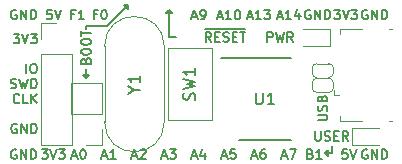
<source format=gto>
G04 #@! TF.GenerationSoftware,KiCad,Pcbnew,(5.0.0)*
G04 #@! TF.CreationDate,2018-10-21T19:05:11+02:00*
G04 #@! TF.ProjectId,mibo20_stm32,6D69626F32305F73746D33322E6B6963,V1.0*
G04 #@! TF.SameCoordinates,PX8198450PY53920b0*
G04 #@! TF.FileFunction,Legend,Top*
G04 #@! TF.FilePolarity,Positive*
%FSLAX46Y46*%
G04 Gerber Fmt 4.6, Leading zero omitted, Abs format (unit mm)*
G04 Created by KiCad (PCBNEW (5.0.0)) date 10/21/18 19:05:11*
%MOMM*%
%LPD*%
G01*
G04 APERTURE LIST*
%ADD10C,0.200000*%
%ADD11C,0.120000*%
%ADD12C,0.150000*%
G04 APERTURE END LIST*
D10*
X26562105Y-11959523D02*
X27209724Y-11959523D01*
X27285915Y-11921428D01*
X27324010Y-11883333D01*
X27362105Y-11807142D01*
X27362105Y-11654761D01*
X27324010Y-11578571D01*
X27285915Y-11540476D01*
X27209724Y-11502380D01*
X26562105Y-11502380D01*
X27324010Y-11159523D02*
X27362105Y-11045238D01*
X27362105Y-10854761D01*
X27324010Y-10778571D01*
X27285915Y-10740476D01*
X27209724Y-10702380D01*
X27133534Y-10702380D01*
X27057343Y-10740476D01*
X27019248Y-10778571D01*
X26981153Y-10854761D01*
X26943058Y-11007142D01*
X26904962Y-11083333D01*
X26866867Y-11121428D01*
X26790677Y-11159523D01*
X26714486Y-11159523D01*
X26638296Y-11121428D01*
X26600201Y-11083333D01*
X26562105Y-11007142D01*
X26562105Y-10816666D01*
X26600201Y-10702380D01*
X26943058Y-10092857D02*
X26981153Y-9978571D01*
X27019248Y-9940476D01*
X27095439Y-9902380D01*
X27209724Y-9902380D01*
X27285915Y-9940476D01*
X27324010Y-9978571D01*
X27362105Y-10054761D01*
X27362105Y-10359523D01*
X26562105Y-10359523D01*
X26562105Y-10092857D01*
X26600201Y-10016666D01*
X26638296Y-9978571D01*
X26714486Y-9940476D01*
X26790677Y-9940476D01*
X26866867Y-9978571D01*
X26904962Y-10016666D01*
X26943058Y-10092857D01*
X26943058Y-10359523D01*
X6985000Y-4191000D02*
X6985000Y-3937000D01*
X8763000Y-3937000D02*
X6985000Y-3937000D01*
X13970000Y-4889500D02*
X13970000Y-2603500D01*
X14224000Y-2857500D02*
X13970000Y-2603500D01*
X13716000Y-2857500D02*
X14224000Y-2857500D01*
X13970000Y-4889500D02*
X14541500Y-4889500D01*
X13970000Y-2603500D02*
X13716000Y-2857500D01*
X23558571Y-14992333D02*
X23939523Y-14992333D01*
X23482380Y-15220904D02*
X23749047Y-14420904D01*
X24015714Y-15220904D01*
X24206190Y-14420904D02*
X24739523Y-14420904D01*
X24396666Y-15220904D01*
X21018571Y-14992333D02*
X21399523Y-14992333D01*
X20942380Y-15220904D02*
X21209047Y-14420904D01*
X21475714Y-15220904D01*
X22085238Y-14420904D02*
X21932857Y-14420904D01*
X21856666Y-14459000D01*
X21818571Y-14497095D01*
X21742380Y-14611380D01*
X21704285Y-14763761D01*
X21704285Y-15068523D01*
X21742380Y-15144714D01*
X21780476Y-15182809D01*
X21856666Y-15220904D01*
X22009047Y-15220904D01*
X22085238Y-15182809D01*
X22123333Y-15144714D01*
X22161428Y-15068523D01*
X22161428Y-14878047D01*
X22123333Y-14801857D01*
X22085238Y-14763761D01*
X22009047Y-14725666D01*
X21856666Y-14725666D01*
X21780476Y-14763761D01*
X21742380Y-14801857D01*
X21704285Y-14878047D01*
X15938571Y-14992333D02*
X16319523Y-14992333D01*
X15862380Y-15220904D02*
X16129047Y-14420904D01*
X16395714Y-15220904D01*
X17005238Y-14687571D02*
X17005238Y-15220904D01*
X16814761Y-14382809D02*
X16624285Y-14954238D01*
X17119523Y-14954238D01*
X13398571Y-14992333D02*
X13779523Y-14992333D01*
X13322380Y-15220904D02*
X13589047Y-14420904D01*
X13855714Y-15220904D01*
X14046190Y-14420904D02*
X14541428Y-14420904D01*
X14274761Y-14725666D01*
X14389047Y-14725666D01*
X14465238Y-14763761D01*
X14503333Y-14801857D01*
X14541428Y-14878047D01*
X14541428Y-15068523D01*
X14503333Y-15144714D01*
X14465238Y-15182809D01*
X14389047Y-15220904D01*
X14160476Y-15220904D01*
X14084285Y-15182809D01*
X14046190Y-15144714D01*
X5778571Y-14992333D02*
X6159523Y-14992333D01*
X5702380Y-15220904D02*
X5969047Y-14420904D01*
X6235714Y-15220904D01*
X6654761Y-14420904D02*
X6730952Y-14420904D01*
X6807142Y-14459000D01*
X6845238Y-14497095D01*
X6883333Y-14573285D01*
X6921428Y-14725666D01*
X6921428Y-14916142D01*
X6883333Y-15068523D01*
X6845238Y-15144714D01*
X6807142Y-15182809D01*
X6730952Y-15220904D01*
X6654761Y-15220904D01*
X6578571Y-15182809D01*
X6540476Y-15144714D01*
X6502380Y-15068523D01*
X6464285Y-14916142D01*
X6464285Y-14725666D01*
X6502380Y-14573285D01*
X6540476Y-14497095D01*
X6578571Y-14459000D01*
X6654761Y-14420904D01*
X10858571Y-14992333D02*
X11239523Y-14992333D01*
X10782380Y-15220904D02*
X11049047Y-14420904D01*
X11315714Y-15220904D01*
X11544285Y-14497095D02*
X11582380Y-14459000D01*
X11658571Y-14420904D01*
X11849047Y-14420904D01*
X11925238Y-14459000D01*
X11963333Y-14497095D01*
X12001428Y-14573285D01*
X12001428Y-14649476D01*
X11963333Y-14763761D01*
X11506190Y-15220904D01*
X12001428Y-15220904D01*
X8318571Y-14992333D02*
X8699523Y-14992333D01*
X8242380Y-15220904D02*
X8509047Y-14420904D01*
X8775714Y-15220904D01*
X9461428Y-15220904D02*
X9004285Y-15220904D01*
X9232857Y-15220904D02*
X9232857Y-14420904D01*
X9156666Y-14535190D01*
X9080476Y-14611380D01*
X9004285Y-14649476D01*
X18478571Y-14992333D02*
X18859523Y-14992333D01*
X18402380Y-15220904D02*
X18669047Y-14420904D01*
X18935714Y-15220904D01*
X19583333Y-14420904D02*
X19202380Y-14420904D01*
X19164285Y-14801857D01*
X19202380Y-14763761D01*
X19278571Y-14725666D01*
X19469047Y-14725666D01*
X19545238Y-14763761D01*
X19583333Y-14801857D01*
X19621428Y-14878047D01*
X19621428Y-15068523D01*
X19583333Y-15144714D01*
X19545238Y-15182809D01*
X19469047Y-15220904D01*
X19278571Y-15220904D01*
X19202380Y-15182809D01*
X19164285Y-15144714D01*
X15938571Y-3181333D02*
X16319523Y-3181333D01*
X15862380Y-3409904D02*
X16129047Y-2609904D01*
X16395714Y-3409904D01*
X16700476Y-3409904D02*
X16852857Y-3409904D01*
X16929047Y-3371809D01*
X16967142Y-3333714D01*
X17043333Y-3219428D01*
X17081428Y-3067047D01*
X17081428Y-2762285D01*
X17043333Y-2686095D01*
X17005238Y-2648000D01*
X16929047Y-2609904D01*
X16776666Y-2609904D01*
X16700476Y-2648000D01*
X16662380Y-2686095D01*
X16624285Y-2762285D01*
X16624285Y-2952761D01*
X16662380Y-3028952D01*
X16700476Y-3067047D01*
X16776666Y-3105142D01*
X16929047Y-3105142D01*
X17005238Y-3067047D01*
X17043333Y-3028952D01*
X17081428Y-2952761D01*
X17018000Y-4191000D02*
X20447000Y-4191000D01*
X6731000Y-8128000D02*
X6985000Y-8382000D01*
X6985000Y-7620000D02*
X6985000Y-8382000D01*
X7239000Y-8128000D02*
X6731000Y-8128000D01*
X6985000Y-8382000D02*
X7239000Y-8128000D01*
X10160000Y-2159000D02*
X10541000Y-2159000D01*
X10541000Y-2540000D02*
X10160000Y-2159000D01*
X10541000Y-2159000D02*
X10541000Y-2540000D01*
X10541000Y-2159000D02*
X8763000Y-3937000D01*
X27432000Y-14478000D02*
X27178000Y-14732000D01*
X27432000Y-14986000D02*
X27432000Y-14478000D01*
X27178000Y-14732000D02*
X27432000Y-14986000D01*
X27813000Y-14732000D02*
X27178000Y-14732000D01*
X27813000Y-14732000D02*
X27813000Y-14097000D01*
X22291476Y-5314904D02*
X22291476Y-4514904D01*
X22596238Y-4514904D01*
X22672428Y-4553000D01*
X22710523Y-4591095D01*
X22748619Y-4667285D01*
X22748619Y-4781571D01*
X22710523Y-4857761D01*
X22672428Y-4895857D01*
X22596238Y-4933952D01*
X22291476Y-4933952D01*
X23015285Y-4514904D02*
X23205761Y-5314904D01*
X23358142Y-4743476D01*
X23510523Y-5314904D01*
X23701000Y-4514904D01*
X24462904Y-5314904D02*
X24196238Y-4933952D01*
X24005761Y-5314904D02*
X24005761Y-4514904D01*
X24310523Y-4514904D01*
X24386714Y-4553000D01*
X24424809Y-4591095D01*
X24462904Y-4667285D01*
X24462904Y-4781571D01*
X24424809Y-4857761D01*
X24386714Y-4895857D01*
X24310523Y-4933952D01*
X24005761Y-4933952D01*
X30759476Y-14459000D02*
X30683285Y-14420904D01*
X30569000Y-14420904D01*
X30454714Y-14459000D01*
X30378523Y-14535190D01*
X30340428Y-14611380D01*
X30302333Y-14763761D01*
X30302333Y-14878047D01*
X30340428Y-15030428D01*
X30378523Y-15106619D01*
X30454714Y-15182809D01*
X30569000Y-15220904D01*
X30645190Y-15220904D01*
X30759476Y-15182809D01*
X30797571Y-15144714D01*
X30797571Y-14878047D01*
X30645190Y-14878047D01*
X31140428Y-15220904D02*
X31140428Y-14420904D01*
X31597571Y-15220904D01*
X31597571Y-14420904D01*
X31978523Y-15220904D02*
X31978523Y-14420904D01*
X32169000Y-14420904D01*
X32283285Y-14459000D01*
X32359476Y-14535190D01*
X32397571Y-14611380D01*
X32435666Y-14763761D01*
X32435666Y-14878047D01*
X32397571Y-15030428D01*
X32359476Y-15106619D01*
X32283285Y-15182809D01*
X32169000Y-15220904D01*
X31978523Y-15220904D01*
X29057619Y-14420904D02*
X28676666Y-14420904D01*
X28638571Y-14801857D01*
X28676666Y-14763761D01*
X28752857Y-14725666D01*
X28943333Y-14725666D01*
X29019523Y-14763761D01*
X29057619Y-14801857D01*
X29095714Y-14878047D01*
X29095714Y-15068523D01*
X29057619Y-15144714D01*
X29019523Y-15182809D01*
X28943333Y-15220904D01*
X28752857Y-15220904D01*
X28676666Y-15182809D01*
X28638571Y-15144714D01*
X29324285Y-14420904D02*
X29590952Y-15220904D01*
X29857619Y-14420904D01*
X25965190Y-14801857D02*
X26079476Y-14839952D01*
X26117571Y-14878047D01*
X26155666Y-14954238D01*
X26155666Y-15068523D01*
X26117571Y-15144714D01*
X26079476Y-15182809D01*
X26003285Y-15220904D01*
X25698523Y-15220904D01*
X25698523Y-14420904D01*
X25965190Y-14420904D01*
X26041380Y-14459000D01*
X26079476Y-14497095D01*
X26117571Y-14573285D01*
X26117571Y-14649476D01*
X26079476Y-14725666D01*
X26041380Y-14763761D01*
X25965190Y-14801857D01*
X25698523Y-14801857D01*
X26917571Y-15220904D02*
X26460428Y-15220904D01*
X26689000Y-15220904D02*
X26689000Y-14420904D01*
X26612809Y-14535190D01*
X26536619Y-14611380D01*
X26460428Y-14649476D01*
X3200523Y-14420904D02*
X3695761Y-14420904D01*
X3429095Y-14725666D01*
X3543380Y-14725666D01*
X3619571Y-14763761D01*
X3657666Y-14801857D01*
X3695761Y-14878047D01*
X3695761Y-15068523D01*
X3657666Y-15144714D01*
X3619571Y-15182809D01*
X3543380Y-15220904D01*
X3314809Y-15220904D01*
X3238619Y-15182809D01*
X3200523Y-15144714D01*
X3924333Y-14420904D02*
X4191000Y-15220904D01*
X4457666Y-14420904D01*
X4648142Y-14420904D02*
X5143380Y-14420904D01*
X4876714Y-14725666D01*
X4991000Y-14725666D01*
X5067190Y-14763761D01*
X5105285Y-14801857D01*
X5143380Y-14878047D01*
X5143380Y-15068523D01*
X5105285Y-15144714D01*
X5067190Y-15182809D01*
X4991000Y-15220904D01*
X4762428Y-15220904D01*
X4686238Y-15182809D01*
X4648142Y-15144714D01*
X1041476Y-14459000D02*
X965285Y-14420904D01*
X851000Y-14420904D01*
X736714Y-14459000D01*
X660523Y-14535190D01*
X622428Y-14611380D01*
X584333Y-14763761D01*
X584333Y-14878047D01*
X622428Y-15030428D01*
X660523Y-15106619D01*
X736714Y-15182809D01*
X851000Y-15220904D01*
X927190Y-15220904D01*
X1041476Y-15182809D01*
X1079571Y-15144714D01*
X1079571Y-14878047D01*
X927190Y-14878047D01*
X1422428Y-15220904D02*
X1422428Y-14420904D01*
X1879571Y-15220904D01*
X1879571Y-14420904D01*
X2260523Y-15220904D02*
X2260523Y-14420904D01*
X2451000Y-14420904D01*
X2565285Y-14459000D01*
X2641476Y-14535190D01*
X2679571Y-14611380D01*
X2717666Y-14763761D01*
X2717666Y-14878047D01*
X2679571Y-15030428D01*
X2641476Y-15106619D01*
X2565285Y-15182809D01*
X2451000Y-15220904D01*
X2260523Y-15220904D01*
X30759476Y-2648000D02*
X30683285Y-2609904D01*
X30569000Y-2609904D01*
X30454714Y-2648000D01*
X30378523Y-2724190D01*
X30340428Y-2800380D01*
X30302333Y-2952761D01*
X30302333Y-3067047D01*
X30340428Y-3219428D01*
X30378523Y-3295619D01*
X30454714Y-3371809D01*
X30569000Y-3409904D01*
X30645190Y-3409904D01*
X30759476Y-3371809D01*
X30797571Y-3333714D01*
X30797571Y-3067047D01*
X30645190Y-3067047D01*
X31140428Y-3409904D02*
X31140428Y-2609904D01*
X31597571Y-3409904D01*
X31597571Y-2609904D01*
X31978523Y-3409904D02*
X31978523Y-2609904D01*
X32169000Y-2609904D01*
X32283285Y-2648000D01*
X32359476Y-2724190D01*
X32397571Y-2800380D01*
X32435666Y-2952761D01*
X32435666Y-3067047D01*
X32397571Y-3219428D01*
X32359476Y-3295619D01*
X32283285Y-3371809D01*
X32169000Y-3409904D01*
X31978523Y-3409904D01*
X5956333Y-2990857D02*
X5689666Y-2990857D01*
X5689666Y-3409904D02*
X5689666Y-2609904D01*
X6070619Y-2609904D01*
X6794428Y-3409904D02*
X6337285Y-3409904D01*
X6565857Y-3409904D02*
X6565857Y-2609904D01*
X6489666Y-2724190D01*
X6413476Y-2800380D01*
X6337285Y-2838476D01*
X7861333Y-2990857D02*
X7594666Y-2990857D01*
X7594666Y-3409904D02*
X7594666Y-2609904D01*
X7975619Y-2609904D01*
X8432761Y-2609904D02*
X8508952Y-2609904D01*
X8585142Y-2648000D01*
X8623238Y-2686095D01*
X8661333Y-2762285D01*
X8699428Y-2914666D01*
X8699428Y-3105142D01*
X8661333Y-3257523D01*
X8623238Y-3333714D01*
X8585142Y-3371809D01*
X8508952Y-3409904D01*
X8432761Y-3409904D01*
X8356571Y-3371809D01*
X8318476Y-3333714D01*
X8280380Y-3257523D01*
X8242285Y-3105142D01*
X8242285Y-2914666D01*
X8280380Y-2762285D01*
X8318476Y-2686095D01*
X8356571Y-2648000D01*
X8432761Y-2609904D01*
X1041476Y-2648000D02*
X965285Y-2609904D01*
X851000Y-2609904D01*
X736714Y-2648000D01*
X660523Y-2724190D01*
X622428Y-2800380D01*
X584333Y-2952761D01*
X584333Y-3067047D01*
X622428Y-3219428D01*
X660523Y-3295619D01*
X736714Y-3371809D01*
X851000Y-3409904D01*
X927190Y-3409904D01*
X1041476Y-3371809D01*
X1079571Y-3333714D01*
X1079571Y-3067047D01*
X927190Y-3067047D01*
X1422428Y-3409904D02*
X1422428Y-2609904D01*
X1879571Y-3409904D01*
X1879571Y-2609904D01*
X2260523Y-3409904D02*
X2260523Y-2609904D01*
X2451000Y-2609904D01*
X2565285Y-2648000D01*
X2641476Y-2724190D01*
X2679571Y-2800380D01*
X2717666Y-2952761D01*
X2717666Y-3067047D01*
X2679571Y-3219428D01*
X2641476Y-3295619D01*
X2565285Y-3371809D01*
X2451000Y-3409904D01*
X2260523Y-3409904D01*
X4038619Y-2609904D02*
X3657666Y-2609904D01*
X3619571Y-2990857D01*
X3657666Y-2952761D01*
X3733857Y-2914666D01*
X3924333Y-2914666D01*
X4000523Y-2952761D01*
X4038619Y-2990857D01*
X4076714Y-3067047D01*
X4076714Y-3257523D01*
X4038619Y-3333714D01*
X4000523Y-3371809D01*
X3924333Y-3409904D01*
X3733857Y-3409904D01*
X3657666Y-3371809D01*
X3619571Y-3333714D01*
X4305285Y-2609904D02*
X4571952Y-3409904D01*
X4838619Y-2609904D01*
X27965523Y-2609904D02*
X28460761Y-2609904D01*
X28194095Y-2914666D01*
X28308380Y-2914666D01*
X28384571Y-2952761D01*
X28422666Y-2990857D01*
X28460761Y-3067047D01*
X28460761Y-3257523D01*
X28422666Y-3333714D01*
X28384571Y-3371809D01*
X28308380Y-3409904D01*
X28079809Y-3409904D01*
X28003619Y-3371809D01*
X27965523Y-3333714D01*
X28689333Y-2609904D02*
X28956000Y-3409904D01*
X29222666Y-2609904D01*
X29413142Y-2609904D02*
X29908380Y-2609904D01*
X29641714Y-2914666D01*
X29756000Y-2914666D01*
X29832190Y-2952761D01*
X29870285Y-2990857D01*
X29908380Y-3067047D01*
X29908380Y-3257523D01*
X29870285Y-3333714D01*
X29832190Y-3371809D01*
X29756000Y-3409904D01*
X29527428Y-3409904D01*
X29451238Y-3371809D01*
X29413142Y-3333714D01*
X25933476Y-2648000D02*
X25857285Y-2609904D01*
X25743000Y-2609904D01*
X25628714Y-2648000D01*
X25552523Y-2724190D01*
X25514428Y-2800380D01*
X25476333Y-2952761D01*
X25476333Y-3067047D01*
X25514428Y-3219428D01*
X25552523Y-3295619D01*
X25628714Y-3371809D01*
X25743000Y-3409904D01*
X25819190Y-3409904D01*
X25933476Y-3371809D01*
X25971571Y-3333714D01*
X25971571Y-3067047D01*
X25819190Y-3067047D01*
X26314428Y-3409904D02*
X26314428Y-2609904D01*
X26771571Y-3409904D01*
X26771571Y-2609904D01*
X27152523Y-3409904D02*
X27152523Y-2609904D01*
X27343000Y-2609904D01*
X27457285Y-2648000D01*
X27533476Y-2724190D01*
X27571571Y-2800380D01*
X27609666Y-2952761D01*
X27609666Y-3067047D01*
X27571571Y-3219428D01*
X27533476Y-3295619D01*
X27457285Y-3371809D01*
X27343000Y-3409904D01*
X27152523Y-3409904D01*
X23177619Y-3181333D02*
X23558571Y-3181333D01*
X23101428Y-3409904D02*
X23368095Y-2609904D01*
X23634761Y-3409904D01*
X24320476Y-3409904D02*
X23863333Y-3409904D01*
X24091904Y-3409904D02*
X24091904Y-2609904D01*
X24015714Y-2724190D01*
X23939523Y-2800380D01*
X23863333Y-2838476D01*
X25006190Y-2876571D02*
X25006190Y-3409904D01*
X24815714Y-2571809D02*
X24625238Y-3143238D01*
X25120476Y-3143238D01*
X20637619Y-3181333D02*
X21018571Y-3181333D01*
X20561428Y-3409904D02*
X20828095Y-2609904D01*
X21094761Y-3409904D01*
X21780476Y-3409904D02*
X21323333Y-3409904D01*
X21551904Y-3409904D02*
X21551904Y-2609904D01*
X21475714Y-2724190D01*
X21399523Y-2800380D01*
X21323333Y-2838476D01*
X22047142Y-2609904D02*
X22542380Y-2609904D01*
X22275714Y-2914666D01*
X22390000Y-2914666D01*
X22466190Y-2952761D01*
X22504285Y-2990857D01*
X22542380Y-3067047D01*
X22542380Y-3257523D01*
X22504285Y-3333714D01*
X22466190Y-3371809D01*
X22390000Y-3409904D01*
X22161428Y-3409904D01*
X22085238Y-3371809D01*
X22047142Y-3333714D01*
X17541619Y-5314904D02*
X17274952Y-4933952D01*
X17084476Y-5314904D02*
X17084476Y-4514904D01*
X17389238Y-4514904D01*
X17465428Y-4553000D01*
X17503523Y-4591095D01*
X17541619Y-4667285D01*
X17541619Y-4781571D01*
X17503523Y-4857761D01*
X17465428Y-4895857D01*
X17389238Y-4933952D01*
X17084476Y-4933952D01*
X17884476Y-4895857D02*
X18151142Y-4895857D01*
X18265428Y-5314904D02*
X17884476Y-5314904D01*
X17884476Y-4514904D01*
X18265428Y-4514904D01*
X18570190Y-5276809D02*
X18684476Y-5314904D01*
X18874952Y-5314904D01*
X18951142Y-5276809D01*
X18989238Y-5238714D01*
X19027333Y-5162523D01*
X19027333Y-5086333D01*
X18989238Y-5010142D01*
X18951142Y-4972047D01*
X18874952Y-4933952D01*
X18722571Y-4895857D01*
X18646380Y-4857761D01*
X18608285Y-4819666D01*
X18570190Y-4743476D01*
X18570190Y-4667285D01*
X18608285Y-4591095D01*
X18646380Y-4553000D01*
X18722571Y-4514904D01*
X18913047Y-4514904D01*
X19027333Y-4553000D01*
X19370190Y-4895857D02*
X19636857Y-4895857D01*
X19751142Y-5314904D02*
X19370190Y-5314904D01*
X19370190Y-4514904D01*
X19751142Y-4514904D01*
X19979714Y-4514904D02*
X20436857Y-4514904D01*
X20208285Y-5314904D02*
X20208285Y-4514904D01*
X6927857Y-6905857D02*
X6965952Y-6791571D01*
X7004047Y-6753476D01*
X7080238Y-6715380D01*
X7194523Y-6715380D01*
X7270714Y-6753476D01*
X7308809Y-6791571D01*
X7346904Y-6867761D01*
X7346904Y-7172523D01*
X6546904Y-7172523D01*
X6546904Y-6905857D01*
X6585000Y-6829666D01*
X6623095Y-6791571D01*
X6699285Y-6753476D01*
X6775476Y-6753476D01*
X6851666Y-6791571D01*
X6889761Y-6829666D01*
X6927857Y-6905857D01*
X6927857Y-7172523D01*
X6546904Y-6220142D02*
X6546904Y-6067761D01*
X6585000Y-5991571D01*
X6661190Y-5915380D01*
X6813571Y-5877285D01*
X7080238Y-5877285D01*
X7232619Y-5915380D01*
X7308809Y-5991571D01*
X7346904Y-6067761D01*
X7346904Y-6220142D01*
X7308809Y-6296333D01*
X7232619Y-6372523D01*
X7080238Y-6410619D01*
X6813571Y-6410619D01*
X6661190Y-6372523D01*
X6585000Y-6296333D01*
X6546904Y-6220142D01*
X6546904Y-5382047D02*
X6546904Y-5229666D01*
X6585000Y-5153476D01*
X6661190Y-5077285D01*
X6813571Y-5039190D01*
X7080238Y-5039190D01*
X7232619Y-5077285D01*
X7308809Y-5153476D01*
X7346904Y-5229666D01*
X7346904Y-5382047D01*
X7308809Y-5458238D01*
X7232619Y-5534428D01*
X7080238Y-5572523D01*
X6813571Y-5572523D01*
X6661190Y-5534428D01*
X6585000Y-5458238D01*
X6546904Y-5382047D01*
X6546904Y-4810619D02*
X6546904Y-4353476D01*
X7346904Y-4582047D02*
X6546904Y-4582047D01*
X26355476Y-12896904D02*
X26355476Y-13544523D01*
X26393571Y-13620714D01*
X26431666Y-13658809D01*
X26507857Y-13696904D01*
X26660238Y-13696904D01*
X26736428Y-13658809D01*
X26774523Y-13620714D01*
X26812619Y-13544523D01*
X26812619Y-12896904D01*
X27155476Y-13658809D02*
X27269761Y-13696904D01*
X27460238Y-13696904D01*
X27536428Y-13658809D01*
X27574523Y-13620714D01*
X27612619Y-13544523D01*
X27612619Y-13468333D01*
X27574523Y-13392142D01*
X27536428Y-13354047D01*
X27460238Y-13315952D01*
X27307857Y-13277857D01*
X27231666Y-13239761D01*
X27193571Y-13201666D01*
X27155476Y-13125476D01*
X27155476Y-13049285D01*
X27193571Y-12973095D01*
X27231666Y-12935000D01*
X27307857Y-12896904D01*
X27498333Y-12896904D01*
X27612619Y-12935000D01*
X27955476Y-13277857D02*
X28222142Y-13277857D01*
X28336428Y-13696904D02*
X27955476Y-13696904D01*
X27955476Y-12896904D01*
X28336428Y-12896904D01*
X29136428Y-13696904D02*
X28869761Y-13315952D01*
X28679285Y-13696904D02*
X28679285Y-12896904D01*
X28984047Y-12896904D01*
X29060238Y-12935000D01*
X29098333Y-12973095D01*
X29136428Y-13049285D01*
X29136428Y-13163571D01*
X29098333Y-13239761D01*
X29060238Y-13277857D01*
X28984047Y-13315952D01*
X28679285Y-13315952D01*
X18097619Y-3181333D02*
X18478571Y-3181333D01*
X18021428Y-3409904D02*
X18288095Y-2609904D01*
X18554761Y-3409904D01*
X19240476Y-3409904D02*
X18783333Y-3409904D01*
X19011904Y-3409904D02*
X19011904Y-2609904D01*
X18935714Y-2724190D01*
X18859523Y-2800380D01*
X18783333Y-2838476D01*
X19735714Y-2609904D02*
X19811904Y-2609904D01*
X19888095Y-2648000D01*
X19926190Y-2686095D01*
X19964285Y-2762285D01*
X20002380Y-2914666D01*
X20002380Y-3105142D01*
X19964285Y-3257523D01*
X19926190Y-3333714D01*
X19888095Y-3371809D01*
X19811904Y-3409904D01*
X19735714Y-3409904D01*
X19659523Y-3371809D01*
X19621428Y-3333714D01*
X19583333Y-3257523D01*
X19545238Y-3105142D01*
X19545238Y-2914666D01*
X19583333Y-2762285D01*
X19621428Y-2686095D01*
X19659523Y-2648000D01*
X19735714Y-2609904D01*
X822761Y-4641904D02*
X1318000Y-4641904D01*
X1051333Y-4946666D01*
X1165619Y-4946666D01*
X1241809Y-4984761D01*
X1279904Y-5022857D01*
X1318000Y-5099047D01*
X1318000Y-5289523D01*
X1279904Y-5365714D01*
X1241809Y-5403809D01*
X1165619Y-5441904D01*
X937047Y-5441904D01*
X860857Y-5403809D01*
X822761Y-5365714D01*
X1546571Y-4641904D02*
X1813238Y-5441904D01*
X2079904Y-4641904D01*
X2270380Y-4641904D02*
X2765619Y-4641904D01*
X2498952Y-4946666D01*
X2613238Y-4946666D01*
X2689428Y-4984761D01*
X2727523Y-5022857D01*
X2765619Y-5099047D01*
X2765619Y-5289523D01*
X2727523Y-5365714D01*
X2689428Y-5403809D01*
X2613238Y-5441904D01*
X2384666Y-5441904D01*
X2308476Y-5403809D01*
X2270380Y-5365714D01*
X1089428Y-12300000D02*
X1013238Y-12261904D01*
X898952Y-12261904D01*
X784666Y-12300000D01*
X708476Y-12376190D01*
X670380Y-12452380D01*
X632285Y-12604761D01*
X632285Y-12719047D01*
X670380Y-12871428D01*
X708476Y-12947619D01*
X784666Y-13023809D01*
X898952Y-13061904D01*
X975142Y-13061904D01*
X1089428Y-13023809D01*
X1127523Y-12985714D01*
X1127523Y-12719047D01*
X975142Y-12719047D01*
X1470380Y-13061904D02*
X1470380Y-12261904D01*
X1927523Y-13061904D01*
X1927523Y-12261904D01*
X2308476Y-13061904D02*
X2308476Y-12261904D01*
X2498952Y-12261904D01*
X2613238Y-12300000D01*
X2689428Y-12376190D01*
X2727523Y-12452380D01*
X2765619Y-12604761D01*
X2765619Y-12719047D01*
X2727523Y-12871428D01*
X2689428Y-12947619D01*
X2613238Y-13023809D01*
X2498952Y-13061904D01*
X2308476Y-13061904D01*
X594190Y-9213809D02*
X708476Y-9251904D01*
X898952Y-9251904D01*
X975142Y-9213809D01*
X1013238Y-9175714D01*
X1051333Y-9099523D01*
X1051333Y-9023333D01*
X1013238Y-8947142D01*
X975142Y-8909047D01*
X898952Y-8870952D01*
X746571Y-8832857D01*
X670380Y-8794761D01*
X632285Y-8756666D01*
X594190Y-8680476D01*
X594190Y-8604285D01*
X632285Y-8528095D01*
X670380Y-8490000D01*
X746571Y-8451904D01*
X937047Y-8451904D01*
X1051333Y-8490000D01*
X1318000Y-8451904D02*
X1508476Y-9251904D01*
X1660857Y-8680476D01*
X1813238Y-9251904D01*
X2003714Y-8451904D01*
X2308476Y-9251904D02*
X2308476Y-8451904D01*
X2498952Y-8451904D01*
X2613238Y-8490000D01*
X2689428Y-8566190D01*
X2727523Y-8642380D01*
X2765619Y-8794761D01*
X2765619Y-8909047D01*
X2727523Y-9061428D01*
X2689428Y-9137619D01*
X2613238Y-9213809D01*
X2498952Y-9251904D01*
X2308476Y-9251904D01*
X1889428Y-7981904D02*
X1889428Y-7181904D01*
X2422761Y-7181904D02*
X2575142Y-7181904D01*
X2651333Y-7220000D01*
X2727523Y-7296190D01*
X2765619Y-7448571D01*
X2765619Y-7715238D01*
X2727523Y-7867619D01*
X2651333Y-7943809D01*
X2575142Y-7981904D01*
X2422761Y-7981904D01*
X2346571Y-7943809D01*
X2270380Y-7867619D01*
X2232285Y-7715238D01*
X2232285Y-7448571D01*
X2270380Y-7296190D01*
X2346571Y-7220000D01*
X2422761Y-7181904D01*
X1318000Y-10445714D02*
X1279904Y-10483809D01*
X1165619Y-10521904D01*
X1089428Y-10521904D01*
X975142Y-10483809D01*
X898952Y-10407619D01*
X860857Y-10331428D01*
X822761Y-10179047D01*
X822761Y-10064761D01*
X860857Y-9912380D01*
X898952Y-9836190D01*
X975142Y-9760000D01*
X1089428Y-9721904D01*
X1165619Y-9721904D01*
X1279904Y-9760000D01*
X1318000Y-9798095D01*
X2041809Y-10521904D02*
X1660857Y-10521904D01*
X1660857Y-9721904D01*
X2308476Y-10521904D02*
X2308476Y-9721904D01*
X2765619Y-10521904D02*
X2422761Y-10064761D01*
X2765619Y-9721904D02*
X2308476Y-10179047D01*
D11*
G04 #@! TO.C,JP1*
X26100201Y-7947000D02*
X26100201Y-7547000D01*
X26500201Y-8347000D02*
G75*
G02X26100201Y-7947000I0J400000D01*
G01*
X27500201Y-8347000D02*
X26500201Y-8347000D01*
X26100201Y-7547000D02*
G75*
G02X26500201Y-7147000I400000J0D01*
G01*
X27900201Y-7547000D02*
X27900201Y-7947000D01*
X27900201Y-7947000D02*
G75*
G02X27500201Y-8347000I-400000J0D01*
G01*
X27500201Y-7147000D02*
G75*
G02X27900201Y-7547000I0J-400000D01*
G01*
X26500201Y-7147000D02*
X27500201Y-7147000D01*
G04 #@! TO.C,JP2*
X26500201Y-8391600D02*
X27500201Y-8391600D01*
X27500201Y-8391600D02*
G75*
G02X27900201Y-8791600I0J-400000D01*
G01*
X27900201Y-9191600D02*
G75*
G02X27500201Y-9591600I-400000J0D01*
G01*
X27900201Y-8791600D02*
X27900201Y-9191600D01*
X26100201Y-8791600D02*
G75*
G02X26500201Y-8391600I400000J0D01*
G01*
X27500201Y-9591600D02*
X26500201Y-9591600D01*
X26500201Y-9591600D02*
G75*
G02X26100201Y-9191600I0J400000D01*
G01*
X26100201Y-9191600D02*
X26100201Y-8791600D01*
G04 #@! TO.C,D1*
X29503000Y-14070000D02*
X31788000Y-14070000D01*
X29503000Y-12600000D02*
X29503000Y-14070000D01*
X31788000Y-12600000D02*
X29503000Y-12600000D01*
G04 #@! TO.C,D2*
X25362000Y-5688000D02*
X27647000Y-5688000D01*
X27647000Y-5688000D02*
X27647000Y-4218000D01*
X27647000Y-4218000D02*
X25362000Y-4218000D01*
G04 #@! TO.C,J1*
X8315000Y-14030000D02*
X6985000Y-14030000D01*
X8315000Y-12700000D02*
X8315000Y-14030000D01*
X8315000Y-11430000D02*
X5655000Y-11430000D01*
X5655000Y-11430000D02*
X5655000Y-8830000D01*
X8315000Y-11430000D02*
X8315000Y-8830000D01*
X8315000Y-8830000D02*
X5655000Y-8830000D01*
G04 #@! TO.C,J4*
X27913500Y-9828000D02*
X28363500Y-9828000D01*
X27913500Y-9828000D02*
X27913500Y-9378000D01*
X28463500Y-4228000D02*
X28463500Y-4678000D01*
X30313500Y-4228000D02*
X28463500Y-4228000D01*
X32863500Y-12028000D02*
X32613500Y-12028000D01*
X32863500Y-4228000D02*
X32613500Y-4228000D01*
X30313500Y-12028000D02*
X28463500Y-12028000D01*
X28463500Y-12028000D02*
X28463500Y-11578000D01*
G04 #@! TO.C,J5*
X3115000Y-14030000D02*
X5775000Y-14030000D01*
X3115000Y-6350000D02*
X3115000Y-14030000D01*
X5775000Y-6350000D02*
X5775000Y-14030000D01*
X3115000Y-6350000D02*
X5775000Y-6350000D01*
X3115000Y-5080000D02*
X3115000Y-3750000D01*
X3115000Y-3750000D02*
X4445000Y-3750000D01*
G04 #@! TO.C,SW1*
X13898000Y-11950000D02*
X13898000Y-5830000D01*
X13898000Y-5830000D02*
X17598000Y-5830000D01*
X17598000Y-5830000D02*
X17598000Y-11950000D01*
X17598000Y-11950000D02*
X13898000Y-11950000D01*
D12*
G04 #@! TO.C,U1*
X19873000Y-13610000D02*
X24323000Y-13610000D01*
X18348000Y-6710000D02*
X24323000Y-6710000D01*
D11*
G04 #@! TO.C,Y1*
X8524000Y-12088400D02*
G75*
G03X13574000Y-12088400I2525000J0D01*
G01*
X8524000Y-5688400D02*
G75*
G02X13574000Y-5688400I2525000J0D01*
G01*
X8524000Y-5688400D02*
X8524000Y-12088400D01*
X13574000Y-5688400D02*
X13574000Y-12088400D01*
G04 #@! TO.C,SW1*
D12*
X16152761Y-10223333D02*
X16200380Y-10080476D01*
X16200380Y-9842380D01*
X16152761Y-9747142D01*
X16105142Y-9699523D01*
X16009904Y-9651904D01*
X15914666Y-9651904D01*
X15819428Y-9699523D01*
X15771809Y-9747142D01*
X15724190Y-9842380D01*
X15676571Y-10032857D01*
X15628952Y-10128095D01*
X15581333Y-10175714D01*
X15486095Y-10223333D01*
X15390857Y-10223333D01*
X15295619Y-10175714D01*
X15248000Y-10128095D01*
X15200380Y-10032857D01*
X15200380Y-9794761D01*
X15248000Y-9651904D01*
X15200380Y-9318571D02*
X16200380Y-9080476D01*
X15486095Y-8890000D01*
X16200380Y-8699523D01*
X15200380Y-8461428D01*
X16200380Y-7556666D02*
X16200380Y-8128095D01*
X16200380Y-7842380D02*
X15200380Y-7842380D01*
X15343238Y-7937619D01*
X15438476Y-8032857D01*
X15486095Y-8128095D01*
G04 #@! TO.C,U1*
X21336095Y-9612380D02*
X21336095Y-10421904D01*
X21383714Y-10517142D01*
X21431333Y-10564761D01*
X21526571Y-10612380D01*
X21717047Y-10612380D01*
X21812285Y-10564761D01*
X21859904Y-10517142D01*
X21907523Y-10421904D01*
X21907523Y-9612380D01*
X22907523Y-10612380D02*
X22336095Y-10612380D01*
X22621809Y-10612380D02*
X22621809Y-9612380D01*
X22526571Y-9755238D01*
X22431333Y-9850476D01*
X22336095Y-9898095D01*
G04 #@! TO.C,Y1*
X11025190Y-9366190D02*
X11501380Y-9366190D01*
X10501380Y-9699523D02*
X11025190Y-9366190D01*
X10501380Y-9032857D01*
X11501380Y-8175714D02*
X11501380Y-8747142D01*
X11501380Y-8461428D02*
X10501380Y-8461428D01*
X10644238Y-8556666D01*
X10739476Y-8651904D01*
X10787095Y-8747142D01*
G04 #@! TD*
M02*

</source>
